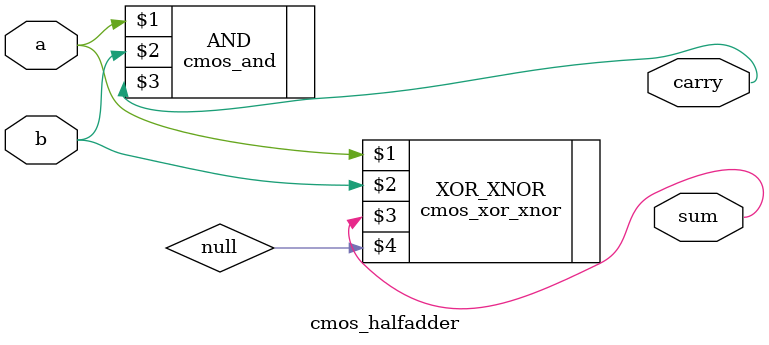
<source format=v>


module cmos_halfadder(
  input a,
  input b,
  output sum,
  output carry
);
  cmos_xor_xnor XOR_XNOR(a,b,sum,null);
  cmos_and AND(a,b,carry);
endmodule
</source>
